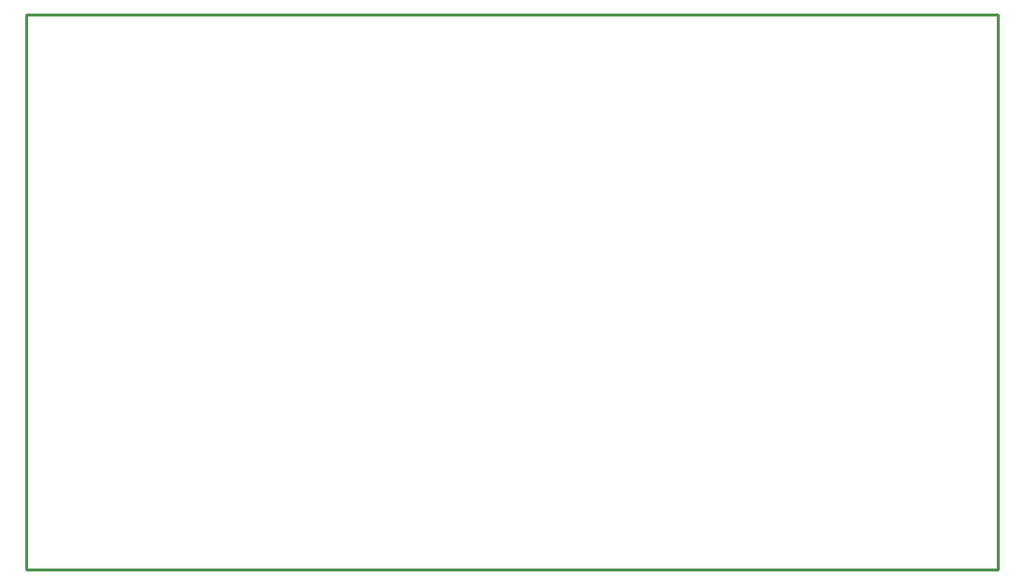
<source format=gko>
G04*
G04 #@! TF.GenerationSoftware,Altium Limited,Altium Designer,20.0.13 (296)*
G04*
G04 Layer_Color=16711935*
%FSLAX25Y25*%
%MOIN*%
G70*
G01*
G75*
%ADD13C,0.01000*%
D13*
X11811Y11811D02*
Y202362D01*
X345669D01*
Y11811D02*
Y202362D01*
X11811Y11811D02*
X345669D01*
M02*

</source>
